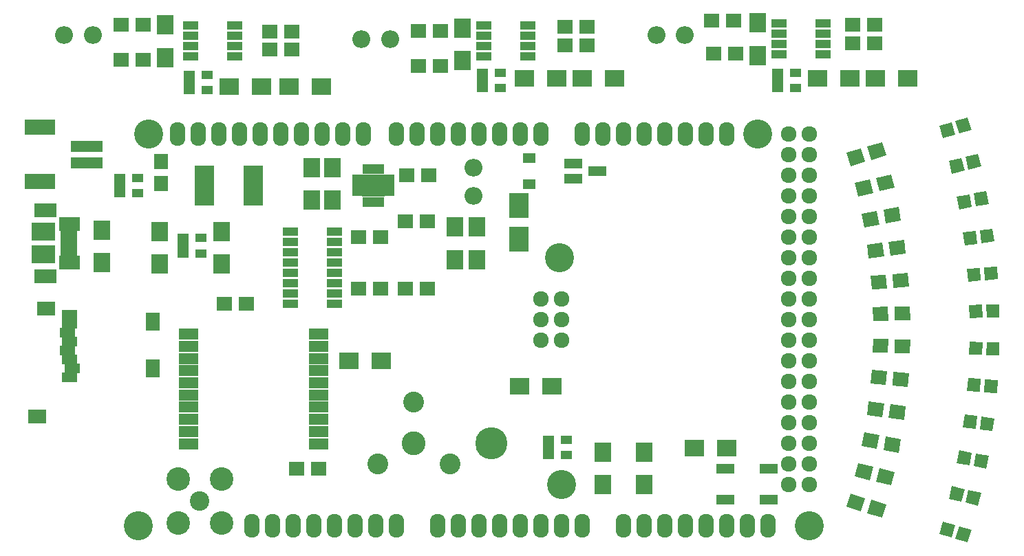
<source format=gbr>
G04 #@! TF.FileFunction,Soldermask,Top*
%FSLAX46Y46*%
G04 Gerber Fmt 4.6, Leading zero omitted, Abs format (unit mm)*
G04 Created by KiCad (PCBNEW 4.0.0-rc1-stable) date 11/11/2015 4:04:06 PM*
%MOMM*%
G01*
G04 APERTURE LIST*
%ADD10C,0.100000*%
%ADD11O,1.924000X2.940000*%
%ADD12C,3.575000*%
%ADD13C,1.924000*%
%ADD14R,2.398980X1.400760*%
%ADD15R,1.901140X1.149300*%
%ADD16R,2.299920X1.799540*%
%ADD17R,1.799540X2.200860*%
%ADD18R,2.178000X1.162000*%
%ADD19O,2.198320X2.198320*%
%ADD20C,3.956000*%
%ADD21C,2.940000*%
%ADD22C,2.559000*%
%ADD23R,2.398980X4.900880*%
%ADD24R,1.700000X1.900000*%
%ADD25R,1.900000X1.700000*%
%ADD26R,2.000000X2.400000*%
%ADD27R,1.200000X0.750000*%
%ADD28R,0.750000X1.200000*%
%ADD29R,1.650000X1.650000*%
%ADD30R,2.200860X1.200100*%
%ADD31R,1.460000X1.050000*%
%ADD32R,3.897580X1.395680*%
%ADD33R,3.897580X1.398220*%
%ADD34R,3.798520X1.898600*%
%ADD35R,3.795980X1.898600*%
%ADD36R,1.950000X1.000000*%
%ADD37R,1.620000X1.310000*%
%ADD38R,2.099260X0.798780*%
%ADD39R,2.701240X1.700480*%
%ADD40R,2.602180X1.700480*%
%ADD41R,2.899360X2.200860*%
%ADD42R,2.429460X3.051760*%
%ADD43R,2.400000X2.000000*%
%ADD44R,1.900000X1.000000*%
%ADD45C,2.398980*%
%ADD46C,2.900000*%
G04 APERTURE END LIST*
D10*
D11*
X119380000Y-101600000D03*
X121920000Y-101600000D03*
X124460000Y-101600000D03*
X127000000Y-101600000D03*
X129540000Y-101600000D03*
X132080000Y-101600000D03*
X134620000Y-101600000D03*
X137160000Y-101600000D03*
X142240000Y-149860000D03*
X139700000Y-149860000D03*
X137160000Y-149860000D03*
X134620000Y-149860000D03*
X124460000Y-149860000D03*
X119380000Y-149860000D03*
X116840000Y-149860000D03*
X127000000Y-149860000D03*
X129540000Y-149860000D03*
X132080000Y-149860000D03*
X114300000Y-149860000D03*
X111760000Y-149860000D03*
X109220000Y-149860000D03*
X101600000Y-149860000D03*
X104140000Y-149860000D03*
X106680000Y-149860000D03*
X96520000Y-149860000D03*
X93980000Y-149860000D03*
X91440000Y-149860000D03*
X86360000Y-149860000D03*
X83820000Y-149860000D03*
X114300000Y-101600000D03*
X111760000Y-101600000D03*
X109220000Y-101600000D03*
X106680000Y-101600000D03*
X104140000Y-101600000D03*
X101600000Y-101600000D03*
X99060000Y-101600000D03*
X96520000Y-101600000D03*
X92456000Y-101600000D03*
X89916000Y-101600000D03*
X87376000Y-101600000D03*
X84836000Y-101600000D03*
X82296000Y-101600000D03*
X79756000Y-101600000D03*
X77216000Y-101600000D03*
X74676000Y-101600000D03*
X88900000Y-149860000D03*
D12*
X147320000Y-149860000D03*
X140970000Y-101600000D03*
X66040000Y-101600000D03*
X64770000Y-149860000D03*
D13*
X144780000Y-104140000D03*
X147320000Y-104140000D03*
X144780000Y-106680000D03*
X147320000Y-106680000D03*
X144780000Y-109220000D03*
X147320000Y-109220000D03*
X144780000Y-111760000D03*
X147320000Y-111760000D03*
X144780000Y-101600000D03*
X147320000Y-101600000D03*
X147320000Y-114300000D03*
X144780000Y-114300000D03*
X144780000Y-116840000D03*
X147320000Y-116840000D03*
X144780000Y-119380000D03*
X147320000Y-119380000D03*
X144780000Y-121920000D03*
X147320000Y-121920000D03*
X144780000Y-124460000D03*
X147320000Y-124460000D03*
X144780000Y-127000000D03*
X147320000Y-127000000D03*
X144780000Y-129540000D03*
X147320000Y-129540000D03*
X144780000Y-132080000D03*
X147320000Y-132080000D03*
X144780000Y-134620000D03*
X147320000Y-134620000D03*
X144780000Y-137160000D03*
X147320000Y-137160000D03*
X144780000Y-139700000D03*
X147320000Y-139700000D03*
X144780000Y-142240000D03*
X147320000Y-142240000D03*
X144780000Y-144780000D03*
X147320000Y-144780000D03*
X114300000Y-121920000D03*
X116840000Y-121920000D03*
X114300000Y-124460000D03*
X116840000Y-124460000D03*
X114300000Y-127000000D03*
X116840000Y-127000000D03*
D12*
X116586000Y-116840000D03*
X116840000Y-144780000D03*
D11*
X81280000Y-149860000D03*
X78740000Y-149860000D03*
X72136000Y-101600000D03*
X69596000Y-101600000D03*
D14*
X86995000Y-139753340D03*
X86995000Y-138254740D03*
X86995000Y-136753600D03*
X86995000Y-135255000D03*
X86995000Y-133753860D03*
X86995000Y-132255260D03*
X86995000Y-130754120D03*
X86995000Y-129255520D03*
X86995000Y-127754380D03*
X86995000Y-126255780D03*
X70993000Y-126255780D03*
X70993000Y-127754380D03*
X70993000Y-129255520D03*
X70993000Y-130754120D03*
X70993000Y-132255260D03*
X70993000Y-133753860D03*
X70993000Y-135255000D03*
X70993000Y-136753600D03*
X70993000Y-138254740D03*
X70993000Y-139753340D03*
D15*
X56299100Y-124940060D03*
X56299100Y-123840240D03*
X56098440Y-126039880D03*
X56299100Y-127139700D03*
X56299100Y-131538980D03*
X56697880Y-130439160D03*
X56299100Y-129339340D03*
X56098440Y-128239520D03*
D16*
X53449220Y-123139200D03*
X52349400Y-136387840D03*
D17*
X66598800Y-124688600D03*
X66598800Y-130489960D03*
D18*
X137033000Y-146685000D03*
X142367000Y-146685000D03*
X142367000Y-142875000D03*
X137033000Y-142875000D03*
D19*
X59182000Y-89408000D03*
X55684420Y-89408000D03*
X95758000Y-89916000D03*
X92260420Y-89916000D03*
X132021580Y-89408000D03*
X128524000Y-89408000D03*
D20*
X108204000Y-139700000D03*
D21*
X98679000Y-139700000D03*
D22*
X98679000Y-134620000D03*
X94234000Y-142240000D03*
X103124000Y-142240000D03*
D19*
X106045000Y-109220000D03*
X106045000Y-105722420D03*
D23*
X78945740Y-107950000D03*
X72946260Y-107950000D03*
D24*
X67564000Y-104996000D03*
X67564000Y-107696000D03*
D25*
X91915000Y-114300000D03*
X94615000Y-114300000D03*
X91915000Y-120650000D03*
X94615000Y-120650000D03*
X97630000Y-120650000D03*
X100330000Y-120650000D03*
X97790000Y-106680000D03*
X100490000Y-106680000D03*
X97630000Y-112395000D03*
X100330000Y-112395000D03*
D26*
X103759000Y-113062000D03*
X103759000Y-117062000D03*
D25*
X75405000Y-122555000D03*
X78105000Y-122555000D03*
X155401000Y-88138000D03*
X152701000Y-88138000D03*
D27*
X91726000Y-106975000D03*
X91726000Y-107625000D03*
X91726000Y-108275000D03*
X91726000Y-108925000D03*
D28*
X92751000Y-109950000D03*
X93401000Y-109950000D03*
X94051000Y-109950000D03*
X94701000Y-109950000D03*
D27*
X95726000Y-108925000D03*
X95726000Y-108275000D03*
X95726000Y-107625000D03*
X95726000Y-106975000D03*
D28*
X94701000Y-105950000D03*
X94051000Y-105950000D03*
X93401000Y-105950000D03*
X92751000Y-105950000D03*
D29*
X94351000Y-108575000D03*
X94351000Y-107325000D03*
X93101000Y-108575000D03*
X93101000Y-107325000D03*
D30*
X118259860Y-105222000D03*
X118259860Y-107122000D03*
X121262140Y-106172000D03*
D31*
X143426000Y-94046000D03*
X143426000Y-94996000D03*
X143426000Y-95946000D03*
X145626000Y-95946000D03*
X145626000Y-94046000D03*
X107104000Y-94046000D03*
X107104000Y-94996000D03*
X107104000Y-95946000D03*
X109304000Y-95946000D03*
X109304000Y-94046000D03*
X71036000Y-94300000D03*
X71036000Y-95250000D03*
X71036000Y-96200000D03*
X73236000Y-96200000D03*
X73236000Y-94300000D03*
D32*
X58420000Y-103139240D03*
D33*
X58420000Y-105140760D03*
D34*
X52671980Y-100794820D03*
D35*
X52671980Y-107487720D03*
D36*
X143604000Y-88011000D03*
X143604000Y-89281000D03*
X143604000Y-90551000D03*
X143604000Y-91821000D03*
X149004000Y-91821000D03*
X149004000Y-90551000D03*
X149004000Y-89281000D03*
X149004000Y-88011000D03*
X107282000Y-88265000D03*
X107282000Y-89535000D03*
X107282000Y-90805000D03*
X107282000Y-92075000D03*
X112682000Y-92075000D03*
X112682000Y-90805000D03*
X112682000Y-89535000D03*
X112682000Y-88265000D03*
X71214000Y-88265000D03*
X71214000Y-89535000D03*
X71214000Y-90805000D03*
X71214000Y-92075000D03*
X76614000Y-92075000D03*
X76614000Y-90805000D03*
X76614000Y-89535000D03*
X76614000Y-88265000D03*
D31*
X62484000Y-107000000D03*
X62484000Y-107950000D03*
X62484000Y-108900000D03*
X64684000Y-108900000D03*
X64684000Y-107000000D03*
D37*
X112903000Y-104553000D03*
X112903000Y-107823000D03*
D38*
X56240680Y-115064540D03*
X56240680Y-114414300D03*
X56240680Y-116365020D03*
D39*
X53340000Y-110964980D03*
D40*
X56339740Y-112664240D03*
D39*
X53340000Y-119164100D03*
D40*
X56339740Y-117464840D03*
D38*
X56240680Y-115714780D03*
D41*
X53139340Y-113665000D03*
X53139340Y-116464080D03*
D38*
X56240680Y-113764060D03*
D31*
X115232000Y-139258000D03*
X115232000Y-140208000D03*
X115232000Y-141158000D03*
X117432000Y-141158000D03*
X117432000Y-139258000D03*
X70317000Y-114432000D03*
X70317000Y-115382000D03*
X70317000Y-116332000D03*
X72517000Y-116332000D03*
X72517000Y-114432000D03*
D25*
X155401000Y-90424000D03*
X152701000Y-90424000D03*
X119968000Y-88392000D03*
X117268000Y-88392000D03*
X119968000Y-90678000D03*
X117268000Y-90678000D03*
X83646000Y-89027000D03*
X80946000Y-89027000D03*
X83646000Y-91186000D03*
X80946000Y-91186000D03*
X84295000Y-142875000D03*
X86995000Y-142875000D03*
X135302000Y-87630000D03*
X138002000Y-87630000D03*
X135556000Y-91694000D03*
X138256000Y-91694000D03*
X99234000Y-88900000D03*
X101934000Y-88900000D03*
X99234000Y-93218000D03*
X101934000Y-93218000D03*
X62658000Y-88138000D03*
X65358000Y-88138000D03*
X62658000Y-92456000D03*
X65358000Y-92456000D03*
D42*
X111633000Y-110383320D03*
X111633000Y-114554000D03*
D26*
X106426000Y-113062000D03*
X106426000Y-117062000D03*
X140970000Y-91916000D03*
X140970000Y-87916000D03*
X104648000Y-92551000D03*
X104648000Y-88551000D03*
X68072000Y-92170000D03*
X68072000Y-88170000D03*
D43*
X94710000Y-129540000D03*
X90710000Y-129540000D03*
X133160000Y-140335000D03*
X137160000Y-140335000D03*
D26*
X127000000Y-140780000D03*
X127000000Y-144780000D03*
X88646000Y-105728000D03*
X88646000Y-109728000D03*
X60325000Y-113475000D03*
X60325000Y-117475000D03*
X86106000Y-105728000D03*
X86106000Y-109728000D03*
X75057000Y-113602000D03*
X75057000Y-117602000D03*
X67437000Y-113602000D03*
X67437000Y-117602000D03*
D43*
X159480000Y-94742000D03*
X155480000Y-94742000D03*
X148368000Y-94742000D03*
X152368000Y-94742000D03*
X123412000Y-94742000D03*
X119412000Y-94742000D03*
X112300000Y-94742000D03*
X116300000Y-94742000D03*
X87344000Y-95758000D03*
X83344000Y-95758000D03*
X75978000Y-95758000D03*
X79978000Y-95758000D03*
D26*
X121920000Y-140780000D03*
X121920000Y-144780000D03*
D43*
X111665000Y-132715000D03*
X115665000Y-132715000D03*
D44*
X83500000Y-113665000D03*
X83500000Y-114935000D03*
X83500000Y-116205000D03*
X83500000Y-117475000D03*
X83500000Y-118745000D03*
X83500000Y-120015000D03*
X83500000Y-121285000D03*
X83500000Y-122555000D03*
X88900000Y-122555000D03*
X88900000Y-121285000D03*
X88900000Y-120015000D03*
X88900000Y-118745000D03*
X88900000Y-117475000D03*
X88900000Y-116205000D03*
X88900000Y-114935000D03*
X88900000Y-113665000D03*
D10*
G36*
X156305936Y-102619798D02*
X156788762Y-104249791D01*
X154967004Y-104789420D01*
X154484178Y-103159427D01*
X156305936Y-102619798D01*
X156305936Y-102619798D01*
G37*
G36*
X153717122Y-103386640D02*
X154199948Y-105016633D01*
X152378190Y-105556262D01*
X151895364Y-103926269D01*
X153717122Y-103386640D01*
X153717122Y-103386640D01*
G37*
G36*
X157412609Y-106578024D02*
X157809466Y-108231053D01*
X155961963Y-108674600D01*
X155565106Y-107021571D01*
X157412609Y-106578024D01*
X157412609Y-106578024D01*
G37*
G36*
X154787211Y-107208326D02*
X155184068Y-108861355D01*
X153336565Y-109304902D01*
X152939708Y-107651873D01*
X154787211Y-107208326D01*
X154787211Y-107208326D01*
G37*
G36*
X158310609Y-110588744D02*
X158620409Y-112260277D01*
X156752225Y-112606524D01*
X156442425Y-110934991D01*
X158310609Y-110588744D01*
X158310609Y-110588744D01*
G37*
G36*
X155655821Y-111080780D02*
X155965621Y-112752313D01*
X154097437Y-113098560D01*
X153787637Y-111427027D01*
X155655821Y-111080780D01*
X155655821Y-111080780D01*
G37*
G36*
X158997474Y-114640966D02*
X159219369Y-116326422D01*
X157335624Y-116574422D01*
X157113729Y-114888966D01*
X158997474Y-114640966D01*
X158997474Y-114640966D01*
G37*
G36*
X156320572Y-114993386D02*
X156542467Y-116678842D01*
X154658722Y-116926842D01*
X154436827Y-115241386D01*
X156320572Y-114993386D01*
X156320572Y-114993386D01*
G37*
G36*
X159471319Y-118723580D02*
X159604700Y-120418340D01*
X157710557Y-120567412D01*
X157577176Y-118872652D01*
X159471319Y-118723580D01*
X159471319Y-118723580D01*
G37*
G36*
X156779643Y-118935420D02*
X156913024Y-120630180D01*
X155018881Y-120779252D01*
X154885500Y-119084492D01*
X156779643Y-118935420D01*
X156779643Y-118935420D01*
G37*
G36*
X159730849Y-122825400D02*
X159775350Y-124524818D01*
X157876001Y-124574554D01*
X157831500Y-122875136D01*
X159730849Y-122825400D01*
X159730849Y-122825400D01*
G37*
G36*
X157031775Y-122896078D02*
X157076276Y-124595496D01*
X155176927Y-124645232D01*
X155132426Y-122945814D01*
X157031775Y-122896078D01*
X157031775Y-122896078D01*
G37*
G36*
X159775350Y-126935181D02*
X159730849Y-128634599D01*
X157831500Y-128584863D01*
X157876001Y-126885445D01*
X159775350Y-126935181D01*
X159775350Y-126935181D01*
G37*
G36*
X157076276Y-126864503D02*
X157031775Y-128563921D01*
X155132426Y-128514185D01*
X155176927Y-126814767D01*
X157076276Y-126864503D01*
X157076276Y-126864503D01*
G37*
G36*
X159604700Y-131041659D02*
X159471319Y-132736419D01*
X157577176Y-132587347D01*
X157710557Y-130892587D01*
X159604700Y-131041659D01*
X159604700Y-131041659D01*
G37*
G36*
X156913024Y-130829819D02*
X156779643Y-132524579D01*
X154885500Y-132375507D01*
X155018881Y-130680747D01*
X156913024Y-130829819D01*
X156913024Y-130829819D01*
G37*
G36*
X159219369Y-135133577D02*
X158997474Y-136819033D01*
X157113729Y-136571033D01*
X157335624Y-134885577D01*
X159219369Y-135133577D01*
X159219369Y-135133577D01*
G37*
G36*
X156542467Y-134781157D02*
X156320572Y-136466613D01*
X154436827Y-136218613D01*
X154658722Y-134533157D01*
X156542467Y-134781157D01*
X156542467Y-134781157D01*
G37*
G36*
X158620409Y-139199722D02*
X158310609Y-140871255D01*
X156442425Y-140525008D01*
X156752225Y-138853475D01*
X158620409Y-139199722D01*
X158620409Y-139199722D01*
G37*
G36*
X155965621Y-138707686D02*
X155655821Y-140379219D01*
X153787637Y-140032972D01*
X154097437Y-138361439D01*
X155965621Y-138707686D01*
X155965621Y-138707686D01*
G37*
G36*
X157809466Y-143228946D02*
X157412609Y-144881975D01*
X155565106Y-144438428D01*
X155961963Y-142785399D01*
X157809466Y-143228946D01*
X157809466Y-143228946D01*
G37*
G36*
X155184068Y-142598644D02*
X154787211Y-144251673D01*
X152939708Y-143808126D01*
X153336565Y-142155097D01*
X155184068Y-142598644D01*
X155184068Y-142598644D01*
G37*
G36*
X156788762Y-147210208D02*
X156305936Y-148840201D01*
X154484178Y-148300572D01*
X154967004Y-146670579D01*
X156788762Y-147210208D01*
X156788762Y-147210208D01*
G37*
G36*
X154199948Y-146443366D02*
X153717122Y-148073359D01*
X151895364Y-147533730D01*
X152378190Y-145903737D01*
X154199948Y-146443366D01*
X154199948Y-146443366D01*
G37*
G36*
X166846660Y-99550225D02*
X167300766Y-101083263D01*
X165767728Y-101537369D01*
X165313622Y-100004331D01*
X166846660Y-99550225D01*
X166846660Y-99550225D01*
G37*
G36*
X164835018Y-100146101D02*
X165289124Y-101679139D01*
X163756086Y-102133245D01*
X163301980Y-100600207D01*
X164835018Y-100146101D01*
X164835018Y-100146101D01*
G37*
G36*
X168099537Y-104064316D02*
X168472788Y-105619019D01*
X166918085Y-105992270D01*
X166544834Y-104437567D01*
X168099537Y-104064316D01*
X168099537Y-104064316D01*
G37*
G36*
X166059467Y-104554094D02*
X166432718Y-106108797D01*
X164878015Y-106482048D01*
X164504764Y-104927345D01*
X166059467Y-104554094D01*
X166059467Y-104554094D01*
G37*
G36*
X169114448Y-108637791D02*
X169405821Y-110209898D01*
X167833714Y-110501271D01*
X167542341Y-108929164D01*
X169114448Y-108637791D01*
X169114448Y-108637791D01*
G37*
G36*
X167051540Y-109020129D02*
X167342913Y-110592236D01*
X165770806Y-110883609D01*
X165479433Y-109311502D01*
X167051540Y-109020129D01*
X167051540Y-109020129D01*
G37*
G36*
X169888611Y-113258115D02*
X170097307Y-114843317D01*
X168512105Y-115052013D01*
X168303409Y-113466811D01*
X169888611Y-113258115D01*
X169888611Y-113258115D01*
G37*
G36*
X167808521Y-113531965D02*
X168017217Y-115117167D01*
X166432015Y-115325863D01*
X166223319Y-113740661D01*
X167808521Y-113531965D01*
X167808521Y-113531965D01*
G37*
G36*
X170419903Y-117912625D02*
X170545350Y-119506576D01*
X168951399Y-119632023D01*
X168825952Y-118038072D01*
X170419903Y-117912625D01*
X170419903Y-117912625D01*
G37*
G36*
X168328331Y-118077235D02*
X168453778Y-119671186D01*
X166859827Y-119796633D01*
X166734380Y-118202682D01*
X168328331Y-118077235D01*
X168328331Y-118077235D01*
G37*
G36*
X170706871Y-122588561D02*
X170748725Y-124186893D01*
X169150393Y-124228747D01*
X169108539Y-122630415D01*
X170706871Y-122588561D01*
X170706871Y-122588561D01*
G37*
G36*
X168609549Y-122643481D02*
X168651403Y-124241813D01*
X167053071Y-124283667D01*
X167011217Y-122685335D01*
X168609549Y-122643481D01*
X168609549Y-122643481D01*
G37*
G36*
X170748725Y-127273106D02*
X170706871Y-128871438D01*
X169108539Y-128829584D01*
X169150393Y-127231252D01*
X170748725Y-127273106D01*
X170748725Y-127273106D01*
G37*
G36*
X168651403Y-127218186D02*
X168609549Y-128816518D01*
X167011217Y-128774664D01*
X167053071Y-127176332D01*
X168651403Y-127218186D01*
X168651403Y-127218186D01*
G37*
G36*
X170545350Y-131953423D02*
X170419903Y-133547374D01*
X168825952Y-133421927D01*
X168951399Y-131827976D01*
X170545350Y-131953423D01*
X170545350Y-131953423D01*
G37*
G36*
X168453778Y-131788813D02*
X168328331Y-133382764D01*
X166734380Y-133257317D01*
X166859827Y-131663366D01*
X168453778Y-131788813D01*
X168453778Y-131788813D01*
G37*
G36*
X170097307Y-136616682D02*
X169888611Y-138201884D01*
X168303409Y-137993188D01*
X168512105Y-136407986D01*
X170097307Y-136616682D01*
X170097307Y-136616682D01*
G37*
G36*
X168017217Y-136342832D02*
X167808521Y-137928034D01*
X166223319Y-137719338D01*
X166432015Y-136134136D01*
X168017217Y-136342832D01*
X168017217Y-136342832D01*
G37*
G36*
X169405821Y-141250101D02*
X169114448Y-142822208D01*
X167542341Y-142530835D01*
X167833714Y-140958728D01*
X169405821Y-141250101D01*
X169405821Y-141250101D01*
G37*
G36*
X167342913Y-140867763D02*
X167051540Y-142439870D01*
X165479433Y-142148497D01*
X165770806Y-140576390D01*
X167342913Y-140867763D01*
X167342913Y-140867763D01*
G37*
G36*
X168472788Y-145840980D02*
X168099537Y-147395683D01*
X166544834Y-147022432D01*
X166918085Y-145467729D01*
X168472788Y-145840980D01*
X168472788Y-145840980D01*
G37*
G36*
X166432718Y-145351202D02*
X166059467Y-146905905D01*
X164504764Y-146532654D01*
X164878015Y-144977951D01*
X166432718Y-145351202D01*
X166432718Y-145351202D01*
G37*
G36*
X167300766Y-150376736D02*
X166846660Y-151909774D01*
X165313622Y-151455668D01*
X165767728Y-149922630D01*
X167300766Y-150376736D01*
X167300766Y-150376736D01*
G37*
G36*
X165289124Y-149780860D02*
X164835018Y-151313898D01*
X163301980Y-150859792D01*
X163756086Y-149326754D01*
X165289124Y-149780860D01*
X165289124Y-149780860D01*
G37*
D45*
X72364600Y-146786600D03*
D46*
X75064620Y-144086580D03*
X69664580Y-144086580D03*
X69664580Y-149486620D03*
X75064620Y-149486620D03*
M02*

</source>
